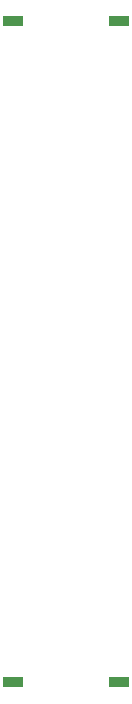
<source format=gbr>
%TF.GenerationSoftware,KiCad,Pcbnew,(6.0.6)*%
%TF.CreationDate,2022-09-06T16:34:49-05:00*%
%TF.ProjectId,etl_module_pcb_mockup_v3p3,65746c5f-6d6f-4647-956c-655f7063625f,rev?*%
%TF.SameCoordinates,Original*%
%TF.FileFunction,Paste,Top*%
%TF.FilePolarity,Positive*%
%FSLAX46Y46*%
G04 Gerber Fmt 4.6, Leading zero omitted, Abs format (unit mm)*
G04 Created by KiCad (PCBNEW (6.0.6)) date 2022-09-06 16:34:49*
%MOMM*%
%LPD*%
G01*
G04 APERTURE LIST*
%ADD10R,1.740000X0.840000*%
G04 APERTURE END LIST*
D10*
%TO.C,REF\u002A\u002A*%
X17600000Y-56780000D03*
%TD*%
%TO.C,REF\u002A\u002A*%
X26500000Y-56780000D03*
%TD*%
%TO.C,REF\u002A\u002A*%
X26500000Y-800000D03*
%TD*%
%TO.C,REF\u002A\u002A*%
X17600000Y-800000D03*
%TD*%
M02*

</source>
